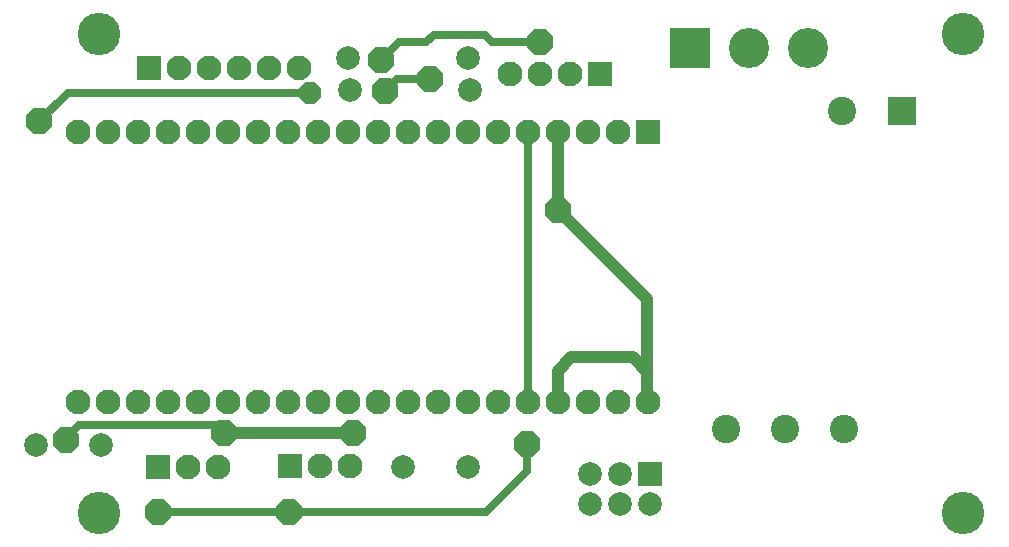
<source format=gbr>
G04 EasyPC Gerber Version 20.0.2 Build 4112 *
%FSLAX35Y35*%
%MOIN*%
%AMT79*0 Octagon Pad at angle 0*4,1,8,-0.01549,-0.03740,0.01549,-0.03740,0.03740,-0.01549,0.03740,0.01549,0.01549,0.03740,-0.01549,0.03740,-0.03740,0.01549,-0.03740,-0.01549,-0.01549,-0.03740,0*%
%ADD79T79*%
%AMT78*0 Octagon Pad at angle 0*4,1,8,-0.01794,-0.04331,0.01794,-0.04331,0.04331,-0.01794,0.04331,0.01794,0.01794,0.04331,-0.01794,0.04331,-0.04331,0.01794,-0.04331,-0.01794,-0.01794,-0.04331,0*%
%ADD78T78*%
%ADD18R,0.07874X0.07874*%
%ADD71R,0.08268X0.08268*%
%ADD75R,0.09449X0.09449*%
%ADD76R,0.13386X0.13386*%
%ADD80C,0.02559*%
%ADD29C,0.03937*%
%ADD19C,0.07874*%
%ADD20C,0.08268*%
%ADD25C,0.09449*%
%ADD77C,0.13386*%
%ADD74C,0.14173*%
X0Y0D02*
D02*
D18*
X230786Y25350D03*
D02*
D19*
X26079Y35055D03*
X47733D03*
X130036Y163850D03*
X130786Y153350D03*
X148579Y27600D03*
X170036Y163850D03*
X170233Y27600D03*
X170786Y153350D03*
X210786Y15350D03*
Y25350D03*
X220786Y15350D03*
Y25350D03*
X230786Y15350D03*
D02*
D71*
X63786Y160600D03*
X66656Y27478D03*
X110683Y27850D03*
X214120Y158469D03*
X230002Y139398D03*
D02*
D20*
X40002Y49398D03*
Y139398D03*
X50002Y49398D03*
Y139398D03*
X60002Y49398D03*
Y139398D03*
X70002Y49398D03*
Y139398D03*
X73786Y160600D03*
X76656Y27478D03*
X80002Y49398D03*
Y139398D03*
X83786Y160600D03*
X86656Y27478D03*
X90002Y49398D03*
Y139398D03*
X93786Y160600D03*
X100002Y49398D03*
Y139398D03*
X103786Y160600D03*
X110002Y49398D03*
Y139398D03*
X113786Y160600D03*
X120002Y49398D03*
Y139398D03*
X120683Y27850D03*
X130002Y49398D03*
Y139398D03*
X130683Y27850D03*
X140002Y49398D03*
Y139398D03*
X150002Y49398D03*
Y139398D03*
X160002Y49398D03*
Y139398D03*
X170002Y49398D03*
Y139398D03*
X180002Y49398D03*
Y139398D03*
X184120Y158469D03*
X190002Y49398D03*
Y139398D03*
X194120Y158469D03*
X200002Y49398D03*
Y139398D03*
X204120Y158469D03*
X210002Y49398D03*
Y139398D03*
X220002Y49398D03*
Y139398D03*
X230002Y49398D03*
D02*
D25*
X256023Y40220D03*
X275708D03*
X294684Y146126D03*
X295393Y40220D03*
D02*
D29*
X88656Y38850D02*
X131906D01*
X200002Y49398D02*
Y59696D01*
X204406Y64100*
X225156*
X229906Y59350*
X200002Y113350D02*
X229906Y83446D01*
Y59350*
X200002Y139398D02*
Y113350D01*
X229906Y59350D02*
Y50744D01*
X230002Y50648*
Y49398*
D02*
D74*
X47286Y12350D03*
Y171838D03*
X335278Y12350D03*
Y171838D03*
D02*
D75*
X314684Y146126D03*
D02*
D76*
X244046Y167240D03*
D02*
D77*
X263731D03*
X283417D03*
D02*
D78*
X27194Y142856D03*
X36156Y36423D03*
X66656Y12600D03*
X88656Y38850D03*
X110406Y12600D03*
X131906Y38850D03*
X141033Y163137D03*
X142536Y152850D03*
X157536Y156850D03*
X189906Y35100D03*
X194120Y169100D03*
X200002Y113350D03*
D02*
D79*
X117536Y152350D03*
D02*
D80*
X36156Y36423D02*
Y37350D01*
X40406Y41600*
X86656*
X88656Y39600*
Y38850*
X66656Y12600D02*
X110406D01*
X176156*
X189906Y26350*
Y35100*
X117536Y152350D02*
X36688D01*
X27194Y142856*
X157536Y156850D02*
X146536D01*
X142536Y152850*
X190002Y49398D02*
Y139398D01*
X194120Y169100D02*
X178286D01*
X175786Y171600*
X158786*
X156286Y169100*
X146997*
X141033Y163137*
X0Y0D02*
M02*

</source>
